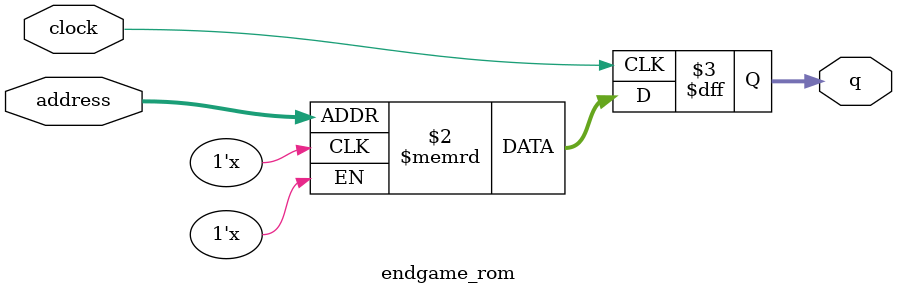
<source format=sv>
module endgame_rom (
	input logic clock,
	input logic [16:0] address,
	output logic [1:0] q
);

logic [1:0] memory [0:76799] /* synthesis ram_init_file = "./endgame/endgame.mif" */;

always_ff @ (posedge clock) begin
	q <= memory[address];
end

endmodule

</source>
